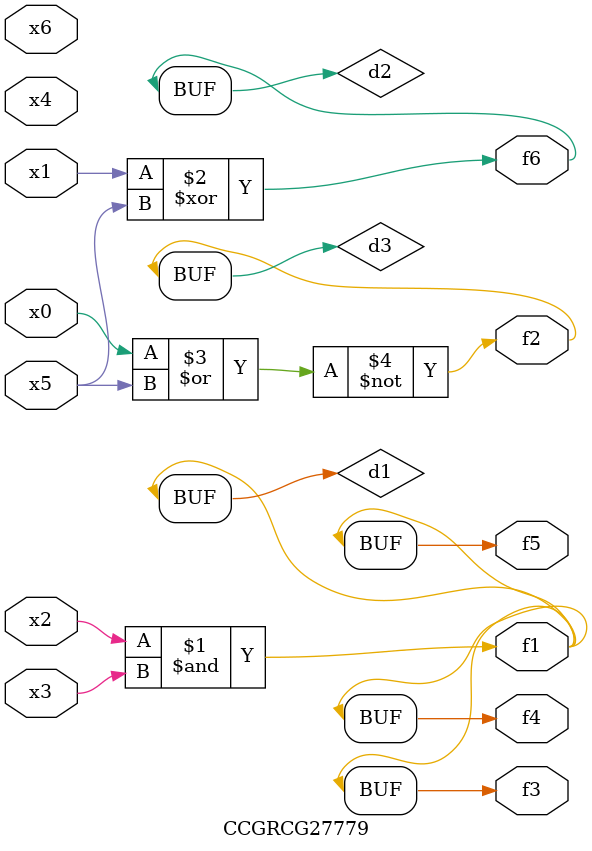
<source format=v>
module CCGRCG27779(
	input x0, x1, x2, x3, x4, x5, x6,
	output f1, f2, f3, f4, f5, f6
);

	wire d1, d2, d3;

	and (d1, x2, x3);
	xor (d2, x1, x5);
	nor (d3, x0, x5);
	assign f1 = d1;
	assign f2 = d3;
	assign f3 = d1;
	assign f4 = d1;
	assign f5 = d1;
	assign f6 = d2;
endmodule

</source>
